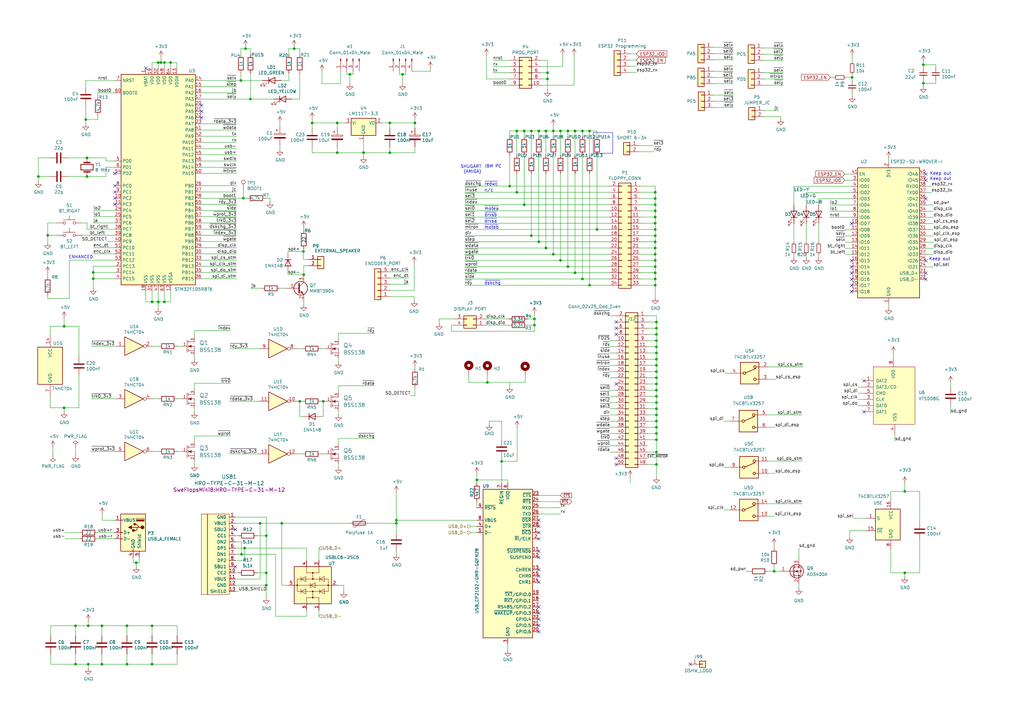
<source format=kicad_sch>
(kicad_sch
	(version 20250114)
	(generator "eeschema")
	(generator_version "9.0")
	(uuid "6c7ae024-2559-4f5f-b740-5250220cff1a")
	(paper "A3")
	(title_block
		(title "SweFlopsMini8")
		(date "2025-09-30")
		(rev "1.01")
		(company "Sweproj")
		(comment 1 "Based on schematics by H.M")
		(comment 2 "Licensed under CERN OHL v.1.2")
	)
	
	(text "Keep out"
		(exclude_from_sim no)
		(at 381 107.061 0)
		(effects
			(font
				(size 1.27 1.27)
			)
			(justify left bottom)
		)
		(uuid "0a35a40a-2ce4-4fc6-ab4a-8c52bab7744d")
	)
	(text "~{drvsb}"
		(exclude_from_sim no)
		(at 198.628 89.027 0)
		(effects
			(font
				(size 1.27 1.27)
			)
			(justify left bottom)
		)
		(uuid "1bf1faf9-34e9-4f41-907e-4b7e09f482e4")
	)
	(text "n/c"
		(exclude_from_sim no)
		(at 198.628 78.867 0)
		(effects
			(font
				(size 1.27 1.27)
			)
			(justify left bottom)
		)
		(uuid "48f523fb-1a98-4d98-b25a-30e9106ff153")
	)
	(text "~{drvsa}"
		(exclude_from_sim no)
		(at 198.628 91.567 0)
		(effects
			(font
				(size 1.27 1.27)
			)
			(justify left bottom)
		)
		(uuid "4bcd7fc5-b03b-49bd-979a-f895ffc70355")
	)
	(text "~{moteb}"
		(exclude_from_sim no)
		(at 198.628 94.107 0)
		(effects
			(font
				(size 1.27 1.27)
			)
			(justify left bottom)
		)
		(uuid "579b32b7-b358-4ffc-901f-50281eb2eff8")
	)
	(text "~{motea}"
		(exclude_from_sim no)
		(at 198.628 86.487 0)
		(effects
			(font
				(size 1.27 1.27)
			)
			(justify left bottom)
		)
		(uuid "74e40ccd-0fba-4253-a76d-7a77141cbbd8")
	)
	(text "~{redwc}"
		(exclude_from_sim no)
		(at 198.628 76.327 0)
		(effects
			(font
				(size 1.27 1.27)
			)
			(justify left bottom)
		)
		(uuid "94e3e44c-f88a-4e9e-93bf-2fadb7d32c9f")
	)
	(text "Keep out"
		(exclude_from_sim no)
		(at 381.381 72.009 0)
		(effects
			(font
				(size 1.27 1.27)
			)
			(justify left bottom)
		)
		(uuid "a0993398-d95f-413d-9501-0d73d0005414")
	)
	(text "IBM PC"
		(exclude_from_sim no)
		(at 198.755 69.088 0)
		(effects
			(font
				(size 1.27 1.27)
			)
			(justify left bottom)
		)
		(uuid "b7d81031-bb80-47ff-a607-db0ba3d3cfa5")
	)
	(text "Keep out"
		(exclude_from_sim no)
		(at 381.381 74.168 0)
		(effects
			(font
				(size 1.27 1.27)
			)
			(justify left bottom)
		)
		(uuid "c7519236-afd3-4a2f-b09c-295c357933f6")
	)
	(text "SHUGART\n(AMIGA)"
		(exclude_from_sim no)
		(at 197.485 71.247 0)
		(effects
			(font
				(size 1.27 1.27)
			)
			(justify right bottom)
		)
		(uuid "d8f3e79a-96a6-4afd-81f6-a00ea57b958c")
	)
	(text "~{dskchg}"
		(exclude_from_sim no)
		(at 198.628 116.967 0)
		(effects
			(font
				(size 1.27 1.27)
			)
			(justify left bottom)
		)
		(uuid "d9164d72-3a4e-4874-b5e8-447d0ba92d42")
	)
	(text "ENHANCED\n"
		(exclude_from_sim no)
		(at 38.227 106.299 0)
		(effects
			(font
				(size 1.27 1.27)
			)
			(justify right bottom)
		)
		(uuid "f7513da5-b49a-4d14-a4c5-1dcc2636a36d")
	)
	(junction
		(at 226.949 104.267)
		(diameter 0)
		(color 0 0 0 0)
		(uuid "040066ea-c5fb-4e83-b7ca-14b455995f53")
	)
	(junction
		(at 38.227 111.76)
		(diameter 0)
		(color 0 0 0 0)
		(u
... [445406 chars truncated]
</source>
